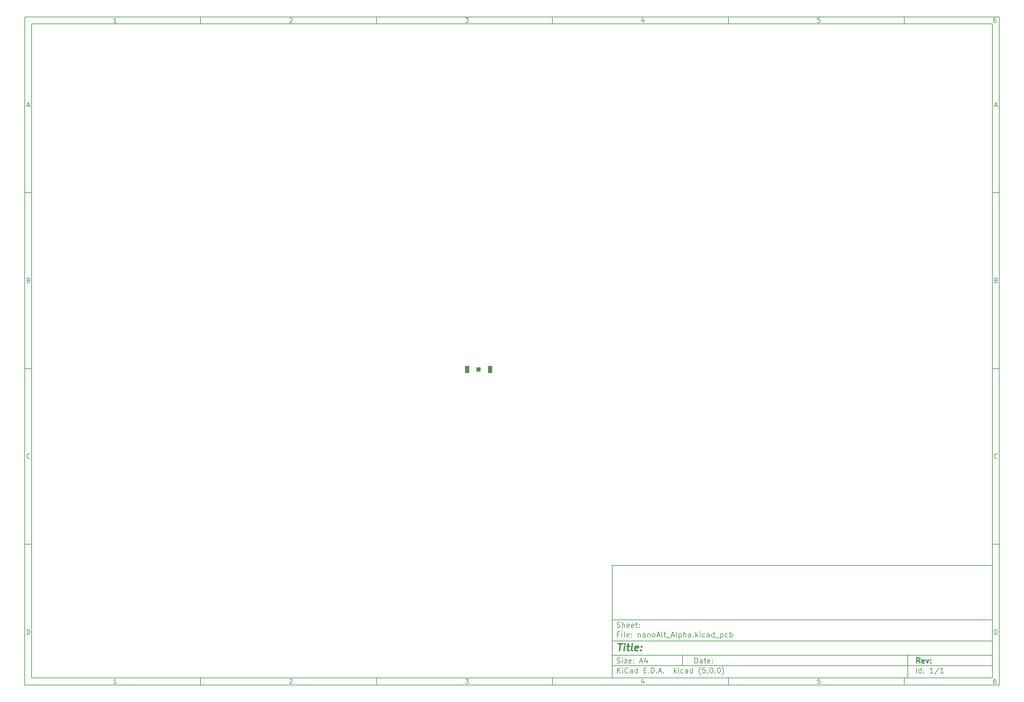
<source format=gbr>
G04 #@! TF.GenerationSoftware,KiCad,Pcbnew,(5.0.0)*
G04 #@! TF.CreationDate,2018-07-29T19:07:46+01:00*
G04 #@! TF.ProjectId,nanoAlt_Alpha,6E616E6F416C745F416C7068612E6B69,rev?*
G04 #@! TF.SameCoordinates,Original*
G04 #@! TF.FileFunction,Paste,Bot*
G04 #@! TF.FilePolarity,Positive*
%FSLAX46Y46*%
G04 Gerber Fmt 4.6, Leading zero omitted, Abs format (unit mm)*
G04 Created by KiCad (PCBNEW (5.0.0)) date 07/29/18 19:07:46*
%MOMM*%
%LPD*%
G01*
G04 APERTURE LIST*
%ADD10C,0.100000*%
%ADD11C,0.150000*%
%ADD12C,0.300000*%
%ADD13C,0.400000*%
%ADD14R,1.200000X2.000000*%
%ADD15R,1.200000X1.200000*%
G04 APERTURE END LIST*
D10*
D11*
X177002200Y-166007200D02*
X177002200Y-198007200D01*
X285002200Y-198007200D01*
X285002200Y-166007200D01*
X177002200Y-166007200D01*
D10*
D11*
X10000000Y-10000000D02*
X10000000Y-200007200D01*
X287002200Y-200007200D01*
X287002200Y-10000000D01*
X10000000Y-10000000D01*
D10*
D11*
X12000000Y-12000000D02*
X12000000Y-198007200D01*
X285002200Y-198007200D01*
X285002200Y-12000000D01*
X12000000Y-12000000D01*
D10*
D11*
X60000000Y-12000000D02*
X60000000Y-10000000D01*
D10*
D11*
X110000000Y-12000000D02*
X110000000Y-10000000D01*
D10*
D11*
X160000000Y-12000000D02*
X160000000Y-10000000D01*
D10*
D11*
X210000000Y-12000000D02*
X210000000Y-10000000D01*
D10*
D11*
X260000000Y-12000000D02*
X260000000Y-10000000D01*
D10*
D11*
X36065476Y-11588095D02*
X35322619Y-11588095D01*
X35694047Y-11588095D02*
X35694047Y-10288095D01*
X35570238Y-10473809D01*
X35446428Y-10597619D01*
X35322619Y-10659523D01*
D10*
D11*
X85322619Y-10411904D02*
X85384523Y-10350000D01*
X85508333Y-10288095D01*
X85817857Y-10288095D01*
X85941666Y-10350000D01*
X86003571Y-10411904D01*
X86065476Y-10535714D01*
X86065476Y-10659523D01*
X86003571Y-10845238D01*
X85260714Y-11588095D01*
X86065476Y-11588095D01*
D10*
D11*
X135260714Y-10288095D02*
X136065476Y-10288095D01*
X135632142Y-10783333D01*
X135817857Y-10783333D01*
X135941666Y-10845238D01*
X136003571Y-10907142D01*
X136065476Y-11030952D01*
X136065476Y-11340476D01*
X136003571Y-11464285D01*
X135941666Y-11526190D01*
X135817857Y-11588095D01*
X135446428Y-11588095D01*
X135322619Y-11526190D01*
X135260714Y-11464285D01*
D10*
D11*
X185941666Y-10721428D02*
X185941666Y-11588095D01*
X185632142Y-10226190D02*
X185322619Y-11154761D01*
X186127380Y-11154761D01*
D10*
D11*
X236003571Y-10288095D02*
X235384523Y-10288095D01*
X235322619Y-10907142D01*
X235384523Y-10845238D01*
X235508333Y-10783333D01*
X235817857Y-10783333D01*
X235941666Y-10845238D01*
X236003571Y-10907142D01*
X236065476Y-11030952D01*
X236065476Y-11340476D01*
X236003571Y-11464285D01*
X235941666Y-11526190D01*
X235817857Y-11588095D01*
X235508333Y-11588095D01*
X235384523Y-11526190D01*
X235322619Y-11464285D01*
D10*
D11*
X285941666Y-10288095D02*
X285694047Y-10288095D01*
X285570238Y-10350000D01*
X285508333Y-10411904D01*
X285384523Y-10597619D01*
X285322619Y-10845238D01*
X285322619Y-11340476D01*
X285384523Y-11464285D01*
X285446428Y-11526190D01*
X285570238Y-11588095D01*
X285817857Y-11588095D01*
X285941666Y-11526190D01*
X286003571Y-11464285D01*
X286065476Y-11340476D01*
X286065476Y-11030952D01*
X286003571Y-10907142D01*
X285941666Y-10845238D01*
X285817857Y-10783333D01*
X285570238Y-10783333D01*
X285446428Y-10845238D01*
X285384523Y-10907142D01*
X285322619Y-11030952D01*
D10*
D11*
X60000000Y-198007200D02*
X60000000Y-200007200D01*
D10*
D11*
X110000000Y-198007200D02*
X110000000Y-200007200D01*
D10*
D11*
X160000000Y-198007200D02*
X160000000Y-200007200D01*
D10*
D11*
X210000000Y-198007200D02*
X210000000Y-200007200D01*
D10*
D11*
X260000000Y-198007200D02*
X260000000Y-200007200D01*
D10*
D11*
X36065476Y-199595295D02*
X35322619Y-199595295D01*
X35694047Y-199595295D02*
X35694047Y-198295295D01*
X35570238Y-198481009D01*
X35446428Y-198604819D01*
X35322619Y-198666723D01*
D10*
D11*
X85322619Y-198419104D02*
X85384523Y-198357200D01*
X85508333Y-198295295D01*
X85817857Y-198295295D01*
X85941666Y-198357200D01*
X86003571Y-198419104D01*
X86065476Y-198542914D01*
X86065476Y-198666723D01*
X86003571Y-198852438D01*
X85260714Y-199595295D01*
X86065476Y-199595295D01*
D10*
D11*
X135260714Y-198295295D02*
X136065476Y-198295295D01*
X135632142Y-198790533D01*
X135817857Y-198790533D01*
X135941666Y-198852438D01*
X136003571Y-198914342D01*
X136065476Y-199038152D01*
X136065476Y-199347676D01*
X136003571Y-199471485D01*
X135941666Y-199533390D01*
X135817857Y-199595295D01*
X135446428Y-199595295D01*
X135322619Y-199533390D01*
X135260714Y-199471485D01*
D10*
D11*
X185941666Y-198728628D02*
X185941666Y-199595295D01*
X185632142Y-198233390D02*
X185322619Y-199161961D01*
X186127380Y-199161961D01*
D10*
D11*
X236003571Y-198295295D02*
X235384523Y-198295295D01*
X235322619Y-198914342D01*
X235384523Y-198852438D01*
X235508333Y-198790533D01*
X235817857Y-198790533D01*
X235941666Y-198852438D01*
X236003571Y-198914342D01*
X236065476Y-199038152D01*
X236065476Y-199347676D01*
X236003571Y-199471485D01*
X235941666Y-199533390D01*
X235817857Y-199595295D01*
X235508333Y-199595295D01*
X235384523Y-199533390D01*
X235322619Y-199471485D01*
D10*
D11*
X285941666Y-198295295D02*
X285694047Y-198295295D01*
X285570238Y-198357200D01*
X285508333Y-198419104D01*
X285384523Y-198604819D01*
X285322619Y-198852438D01*
X285322619Y-199347676D01*
X285384523Y-199471485D01*
X285446428Y-199533390D01*
X285570238Y-199595295D01*
X285817857Y-199595295D01*
X285941666Y-199533390D01*
X286003571Y-199471485D01*
X286065476Y-199347676D01*
X286065476Y-199038152D01*
X286003571Y-198914342D01*
X285941666Y-198852438D01*
X285817857Y-198790533D01*
X285570238Y-198790533D01*
X285446428Y-198852438D01*
X285384523Y-198914342D01*
X285322619Y-199038152D01*
D10*
D11*
X10000000Y-60000000D02*
X12000000Y-60000000D01*
D10*
D11*
X10000000Y-110000000D02*
X12000000Y-110000000D01*
D10*
D11*
X10000000Y-160000000D02*
X12000000Y-160000000D01*
D10*
D11*
X10690476Y-35216666D02*
X11309523Y-35216666D01*
X10566666Y-35588095D02*
X11000000Y-34288095D01*
X11433333Y-35588095D01*
D10*
D11*
X11092857Y-84907142D02*
X11278571Y-84969047D01*
X11340476Y-85030952D01*
X11402380Y-85154761D01*
X11402380Y-85340476D01*
X11340476Y-85464285D01*
X11278571Y-85526190D01*
X11154761Y-85588095D01*
X10659523Y-85588095D01*
X10659523Y-84288095D01*
X11092857Y-84288095D01*
X11216666Y-84350000D01*
X11278571Y-84411904D01*
X11340476Y-84535714D01*
X11340476Y-84659523D01*
X11278571Y-84783333D01*
X11216666Y-84845238D01*
X11092857Y-84907142D01*
X10659523Y-84907142D01*
D10*
D11*
X11402380Y-135464285D02*
X11340476Y-135526190D01*
X11154761Y-135588095D01*
X11030952Y-135588095D01*
X10845238Y-135526190D01*
X10721428Y-135402380D01*
X10659523Y-135278571D01*
X10597619Y-135030952D01*
X10597619Y-134845238D01*
X10659523Y-134597619D01*
X10721428Y-134473809D01*
X10845238Y-134350000D01*
X11030952Y-134288095D01*
X11154761Y-134288095D01*
X11340476Y-134350000D01*
X11402380Y-134411904D01*
D10*
D11*
X10659523Y-185588095D02*
X10659523Y-184288095D01*
X10969047Y-184288095D01*
X11154761Y-184350000D01*
X11278571Y-184473809D01*
X11340476Y-184597619D01*
X11402380Y-184845238D01*
X11402380Y-185030952D01*
X11340476Y-185278571D01*
X11278571Y-185402380D01*
X11154761Y-185526190D01*
X10969047Y-185588095D01*
X10659523Y-185588095D01*
D10*
D11*
X287002200Y-60000000D02*
X285002200Y-60000000D01*
D10*
D11*
X287002200Y-110000000D02*
X285002200Y-110000000D01*
D10*
D11*
X287002200Y-160000000D02*
X285002200Y-160000000D01*
D10*
D11*
X285692676Y-35216666D02*
X286311723Y-35216666D01*
X285568866Y-35588095D02*
X286002200Y-34288095D01*
X286435533Y-35588095D01*
D10*
D11*
X286095057Y-84907142D02*
X286280771Y-84969047D01*
X286342676Y-85030952D01*
X286404580Y-85154761D01*
X286404580Y-85340476D01*
X286342676Y-85464285D01*
X286280771Y-85526190D01*
X286156961Y-85588095D01*
X285661723Y-85588095D01*
X285661723Y-84288095D01*
X286095057Y-84288095D01*
X286218866Y-84350000D01*
X286280771Y-84411904D01*
X286342676Y-84535714D01*
X286342676Y-84659523D01*
X286280771Y-84783333D01*
X286218866Y-84845238D01*
X286095057Y-84907142D01*
X285661723Y-84907142D01*
D10*
D11*
X286404580Y-135464285D02*
X286342676Y-135526190D01*
X286156961Y-135588095D01*
X286033152Y-135588095D01*
X285847438Y-135526190D01*
X285723628Y-135402380D01*
X285661723Y-135278571D01*
X285599819Y-135030952D01*
X285599819Y-134845238D01*
X285661723Y-134597619D01*
X285723628Y-134473809D01*
X285847438Y-134350000D01*
X286033152Y-134288095D01*
X286156961Y-134288095D01*
X286342676Y-134350000D01*
X286404580Y-134411904D01*
D10*
D11*
X285661723Y-185588095D02*
X285661723Y-184288095D01*
X285971247Y-184288095D01*
X286156961Y-184350000D01*
X286280771Y-184473809D01*
X286342676Y-184597619D01*
X286404580Y-184845238D01*
X286404580Y-185030952D01*
X286342676Y-185278571D01*
X286280771Y-185402380D01*
X286156961Y-185526190D01*
X285971247Y-185588095D01*
X285661723Y-185588095D01*
D10*
D11*
X200434342Y-193785771D02*
X200434342Y-192285771D01*
X200791485Y-192285771D01*
X201005771Y-192357200D01*
X201148628Y-192500057D01*
X201220057Y-192642914D01*
X201291485Y-192928628D01*
X201291485Y-193142914D01*
X201220057Y-193428628D01*
X201148628Y-193571485D01*
X201005771Y-193714342D01*
X200791485Y-193785771D01*
X200434342Y-193785771D01*
X202577200Y-193785771D02*
X202577200Y-193000057D01*
X202505771Y-192857200D01*
X202362914Y-192785771D01*
X202077200Y-192785771D01*
X201934342Y-192857200D01*
X202577200Y-193714342D02*
X202434342Y-193785771D01*
X202077200Y-193785771D01*
X201934342Y-193714342D01*
X201862914Y-193571485D01*
X201862914Y-193428628D01*
X201934342Y-193285771D01*
X202077200Y-193214342D01*
X202434342Y-193214342D01*
X202577200Y-193142914D01*
X203077200Y-192785771D02*
X203648628Y-192785771D01*
X203291485Y-192285771D02*
X203291485Y-193571485D01*
X203362914Y-193714342D01*
X203505771Y-193785771D01*
X203648628Y-193785771D01*
X204720057Y-193714342D02*
X204577200Y-193785771D01*
X204291485Y-193785771D01*
X204148628Y-193714342D01*
X204077200Y-193571485D01*
X204077200Y-193000057D01*
X204148628Y-192857200D01*
X204291485Y-192785771D01*
X204577200Y-192785771D01*
X204720057Y-192857200D01*
X204791485Y-193000057D01*
X204791485Y-193142914D01*
X204077200Y-193285771D01*
X205434342Y-193642914D02*
X205505771Y-193714342D01*
X205434342Y-193785771D01*
X205362914Y-193714342D01*
X205434342Y-193642914D01*
X205434342Y-193785771D01*
X205434342Y-192857200D02*
X205505771Y-192928628D01*
X205434342Y-193000057D01*
X205362914Y-192928628D01*
X205434342Y-192857200D01*
X205434342Y-193000057D01*
D10*
D11*
X177002200Y-194507200D02*
X285002200Y-194507200D01*
D10*
D11*
X178434342Y-196585771D02*
X178434342Y-195085771D01*
X179291485Y-196585771D02*
X178648628Y-195728628D01*
X179291485Y-195085771D02*
X178434342Y-195942914D01*
X179934342Y-196585771D02*
X179934342Y-195585771D01*
X179934342Y-195085771D02*
X179862914Y-195157200D01*
X179934342Y-195228628D01*
X180005771Y-195157200D01*
X179934342Y-195085771D01*
X179934342Y-195228628D01*
X181505771Y-196442914D02*
X181434342Y-196514342D01*
X181220057Y-196585771D01*
X181077200Y-196585771D01*
X180862914Y-196514342D01*
X180720057Y-196371485D01*
X180648628Y-196228628D01*
X180577200Y-195942914D01*
X180577200Y-195728628D01*
X180648628Y-195442914D01*
X180720057Y-195300057D01*
X180862914Y-195157200D01*
X181077200Y-195085771D01*
X181220057Y-195085771D01*
X181434342Y-195157200D01*
X181505771Y-195228628D01*
X182791485Y-196585771D02*
X182791485Y-195800057D01*
X182720057Y-195657200D01*
X182577200Y-195585771D01*
X182291485Y-195585771D01*
X182148628Y-195657200D01*
X182791485Y-196514342D02*
X182648628Y-196585771D01*
X182291485Y-196585771D01*
X182148628Y-196514342D01*
X182077200Y-196371485D01*
X182077200Y-196228628D01*
X182148628Y-196085771D01*
X182291485Y-196014342D01*
X182648628Y-196014342D01*
X182791485Y-195942914D01*
X184148628Y-196585771D02*
X184148628Y-195085771D01*
X184148628Y-196514342D02*
X184005771Y-196585771D01*
X183720057Y-196585771D01*
X183577200Y-196514342D01*
X183505771Y-196442914D01*
X183434342Y-196300057D01*
X183434342Y-195871485D01*
X183505771Y-195728628D01*
X183577200Y-195657200D01*
X183720057Y-195585771D01*
X184005771Y-195585771D01*
X184148628Y-195657200D01*
X186005771Y-195800057D02*
X186505771Y-195800057D01*
X186720057Y-196585771D02*
X186005771Y-196585771D01*
X186005771Y-195085771D01*
X186720057Y-195085771D01*
X187362914Y-196442914D02*
X187434342Y-196514342D01*
X187362914Y-196585771D01*
X187291485Y-196514342D01*
X187362914Y-196442914D01*
X187362914Y-196585771D01*
X188077200Y-196585771D02*
X188077200Y-195085771D01*
X188434342Y-195085771D01*
X188648628Y-195157200D01*
X188791485Y-195300057D01*
X188862914Y-195442914D01*
X188934342Y-195728628D01*
X188934342Y-195942914D01*
X188862914Y-196228628D01*
X188791485Y-196371485D01*
X188648628Y-196514342D01*
X188434342Y-196585771D01*
X188077200Y-196585771D01*
X189577200Y-196442914D02*
X189648628Y-196514342D01*
X189577200Y-196585771D01*
X189505771Y-196514342D01*
X189577200Y-196442914D01*
X189577200Y-196585771D01*
X190220057Y-196157200D02*
X190934342Y-196157200D01*
X190077200Y-196585771D02*
X190577200Y-195085771D01*
X191077200Y-196585771D01*
X191577200Y-196442914D02*
X191648628Y-196514342D01*
X191577200Y-196585771D01*
X191505771Y-196514342D01*
X191577200Y-196442914D01*
X191577200Y-196585771D01*
X194577200Y-196585771D02*
X194577200Y-195085771D01*
X194720057Y-196014342D02*
X195148628Y-196585771D01*
X195148628Y-195585771D02*
X194577200Y-196157200D01*
X195791485Y-196585771D02*
X195791485Y-195585771D01*
X195791485Y-195085771D02*
X195720057Y-195157200D01*
X195791485Y-195228628D01*
X195862914Y-195157200D01*
X195791485Y-195085771D01*
X195791485Y-195228628D01*
X197148628Y-196514342D02*
X197005771Y-196585771D01*
X196720057Y-196585771D01*
X196577200Y-196514342D01*
X196505771Y-196442914D01*
X196434342Y-196300057D01*
X196434342Y-195871485D01*
X196505771Y-195728628D01*
X196577200Y-195657200D01*
X196720057Y-195585771D01*
X197005771Y-195585771D01*
X197148628Y-195657200D01*
X198434342Y-196585771D02*
X198434342Y-195800057D01*
X198362914Y-195657200D01*
X198220057Y-195585771D01*
X197934342Y-195585771D01*
X197791485Y-195657200D01*
X198434342Y-196514342D02*
X198291485Y-196585771D01*
X197934342Y-196585771D01*
X197791485Y-196514342D01*
X197720057Y-196371485D01*
X197720057Y-196228628D01*
X197791485Y-196085771D01*
X197934342Y-196014342D01*
X198291485Y-196014342D01*
X198434342Y-195942914D01*
X199791485Y-196585771D02*
X199791485Y-195085771D01*
X199791485Y-196514342D02*
X199648628Y-196585771D01*
X199362914Y-196585771D01*
X199220057Y-196514342D01*
X199148628Y-196442914D01*
X199077200Y-196300057D01*
X199077200Y-195871485D01*
X199148628Y-195728628D01*
X199220057Y-195657200D01*
X199362914Y-195585771D01*
X199648628Y-195585771D01*
X199791485Y-195657200D01*
X202077200Y-197157200D02*
X202005771Y-197085771D01*
X201862914Y-196871485D01*
X201791485Y-196728628D01*
X201720057Y-196514342D01*
X201648628Y-196157200D01*
X201648628Y-195871485D01*
X201720057Y-195514342D01*
X201791485Y-195300057D01*
X201862914Y-195157200D01*
X202005771Y-194942914D01*
X202077200Y-194871485D01*
X203362914Y-195085771D02*
X202648628Y-195085771D01*
X202577200Y-195800057D01*
X202648628Y-195728628D01*
X202791485Y-195657200D01*
X203148628Y-195657200D01*
X203291485Y-195728628D01*
X203362914Y-195800057D01*
X203434342Y-195942914D01*
X203434342Y-196300057D01*
X203362914Y-196442914D01*
X203291485Y-196514342D01*
X203148628Y-196585771D01*
X202791485Y-196585771D01*
X202648628Y-196514342D01*
X202577200Y-196442914D01*
X204077200Y-196442914D02*
X204148628Y-196514342D01*
X204077200Y-196585771D01*
X204005771Y-196514342D01*
X204077200Y-196442914D01*
X204077200Y-196585771D01*
X205077200Y-195085771D02*
X205220057Y-195085771D01*
X205362914Y-195157200D01*
X205434342Y-195228628D01*
X205505771Y-195371485D01*
X205577200Y-195657200D01*
X205577200Y-196014342D01*
X205505771Y-196300057D01*
X205434342Y-196442914D01*
X205362914Y-196514342D01*
X205220057Y-196585771D01*
X205077200Y-196585771D01*
X204934342Y-196514342D01*
X204862914Y-196442914D01*
X204791485Y-196300057D01*
X204720057Y-196014342D01*
X204720057Y-195657200D01*
X204791485Y-195371485D01*
X204862914Y-195228628D01*
X204934342Y-195157200D01*
X205077200Y-195085771D01*
X206220057Y-196442914D02*
X206291485Y-196514342D01*
X206220057Y-196585771D01*
X206148628Y-196514342D01*
X206220057Y-196442914D01*
X206220057Y-196585771D01*
X207220057Y-195085771D02*
X207362914Y-195085771D01*
X207505771Y-195157200D01*
X207577200Y-195228628D01*
X207648628Y-195371485D01*
X207720057Y-195657200D01*
X207720057Y-196014342D01*
X207648628Y-196300057D01*
X207577200Y-196442914D01*
X207505771Y-196514342D01*
X207362914Y-196585771D01*
X207220057Y-196585771D01*
X207077200Y-196514342D01*
X207005771Y-196442914D01*
X206934342Y-196300057D01*
X206862914Y-196014342D01*
X206862914Y-195657200D01*
X206934342Y-195371485D01*
X207005771Y-195228628D01*
X207077200Y-195157200D01*
X207220057Y-195085771D01*
X208220057Y-197157200D02*
X208291485Y-197085771D01*
X208434342Y-196871485D01*
X208505771Y-196728628D01*
X208577200Y-196514342D01*
X208648628Y-196157200D01*
X208648628Y-195871485D01*
X208577200Y-195514342D01*
X208505771Y-195300057D01*
X208434342Y-195157200D01*
X208291485Y-194942914D01*
X208220057Y-194871485D01*
D10*
D11*
X177002200Y-191507200D02*
X285002200Y-191507200D01*
D10*
D12*
X264411485Y-193785771D02*
X263911485Y-193071485D01*
X263554342Y-193785771D02*
X263554342Y-192285771D01*
X264125771Y-192285771D01*
X264268628Y-192357200D01*
X264340057Y-192428628D01*
X264411485Y-192571485D01*
X264411485Y-192785771D01*
X264340057Y-192928628D01*
X264268628Y-193000057D01*
X264125771Y-193071485D01*
X263554342Y-193071485D01*
X265625771Y-193714342D02*
X265482914Y-193785771D01*
X265197200Y-193785771D01*
X265054342Y-193714342D01*
X264982914Y-193571485D01*
X264982914Y-193000057D01*
X265054342Y-192857200D01*
X265197200Y-192785771D01*
X265482914Y-192785771D01*
X265625771Y-192857200D01*
X265697200Y-193000057D01*
X265697200Y-193142914D01*
X264982914Y-193285771D01*
X266197200Y-192785771D02*
X266554342Y-193785771D01*
X266911485Y-192785771D01*
X267482914Y-193642914D02*
X267554342Y-193714342D01*
X267482914Y-193785771D01*
X267411485Y-193714342D01*
X267482914Y-193642914D01*
X267482914Y-193785771D01*
X267482914Y-192857200D02*
X267554342Y-192928628D01*
X267482914Y-193000057D01*
X267411485Y-192928628D01*
X267482914Y-192857200D01*
X267482914Y-193000057D01*
D10*
D11*
X178362914Y-193714342D02*
X178577200Y-193785771D01*
X178934342Y-193785771D01*
X179077200Y-193714342D01*
X179148628Y-193642914D01*
X179220057Y-193500057D01*
X179220057Y-193357200D01*
X179148628Y-193214342D01*
X179077200Y-193142914D01*
X178934342Y-193071485D01*
X178648628Y-193000057D01*
X178505771Y-192928628D01*
X178434342Y-192857200D01*
X178362914Y-192714342D01*
X178362914Y-192571485D01*
X178434342Y-192428628D01*
X178505771Y-192357200D01*
X178648628Y-192285771D01*
X179005771Y-192285771D01*
X179220057Y-192357200D01*
X179862914Y-193785771D02*
X179862914Y-192785771D01*
X179862914Y-192285771D02*
X179791485Y-192357200D01*
X179862914Y-192428628D01*
X179934342Y-192357200D01*
X179862914Y-192285771D01*
X179862914Y-192428628D01*
X180434342Y-192785771D02*
X181220057Y-192785771D01*
X180434342Y-193785771D01*
X181220057Y-193785771D01*
X182362914Y-193714342D02*
X182220057Y-193785771D01*
X181934342Y-193785771D01*
X181791485Y-193714342D01*
X181720057Y-193571485D01*
X181720057Y-193000057D01*
X181791485Y-192857200D01*
X181934342Y-192785771D01*
X182220057Y-192785771D01*
X182362914Y-192857200D01*
X182434342Y-193000057D01*
X182434342Y-193142914D01*
X181720057Y-193285771D01*
X183077200Y-193642914D02*
X183148628Y-193714342D01*
X183077200Y-193785771D01*
X183005771Y-193714342D01*
X183077200Y-193642914D01*
X183077200Y-193785771D01*
X183077200Y-192857200D02*
X183148628Y-192928628D01*
X183077200Y-193000057D01*
X183005771Y-192928628D01*
X183077200Y-192857200D01*
X183077200Y-193000057D01*
X184862914Y-193357200D02*
X185577200Y-193357200D01*
X184720057Y-193785771D02*
X185220057Y-192285771D01*
X185720057Y-193785771D01*
X186862914Y-192785771D02*
X186862914Y-193785771D01*
X186505771Y-192214342D02*
X186148628Y-193285771D01*
X187077200Y-193285771D01*
D10*
D11*
X263434342Y-196585771D02*
X263434342Y-195085771D01*
X264791485Y-196585771D02*
X264791485Y-195085771D01*
X264791485Y-196514342D02*
X264648628Y-196585771D01*
X264362914Y-196585771D01*
X264220057Y-196514342D01*
X264148628Y-196442914D01*
X264077200Y-196300057D01*
X264077200Y-195871485D01*
X264148628Y-195728628D01*
X264220057Y-195657200D01*
X264362914Y-195585771D01*
X264648628Y-195585771D01*
X264791485Y-195657200D01*
X265505771Y-196442914D02*
X265577200Y-196514342D01*
X265505771Y-196585771D01*
X265434342Y-196514342D01*
X265505771Y-196442914D01*
X265505771Y-196585771D01*
X265505771Y-195657200D02*
X265577200Y-195728628D01*
X265505771Y-195800057D01*
X265434342Y-195728628D01*
X265505771Y-195657200D01*
X265505771Y-195800057D01*
X268148628Y-196585771D02*
X267291485Y-196585771D01*
X267720057Y-196585771D02*
X267720057Y-195085771D01*
X267577200Y-195300057D01*
X267434342Y-195442914D01*
X267291485Y-195514342D01*
X269862914Y-195014342D02*
X268577200Y-196942914D01*
X271148628Y-196585771D02*
X270291485Y-196585771D01*
X270720057Y-196585771D02*
X270720057Y-195085771D01*
X270577200Y-195300057D01*
X270434342Y-195442914D01*
X270291485Y-195514342D01*
D10*
D11*
X177002200Y-187507200D02*
X285002200Y-187507200D01*
D10*
D13*
X178714580Y-188211961D02*
X179857438Y-188211961D01*
X179036009Y-190211961D02*
X179286009Y-188211961D01*
X180274104Y-190211961D02*
X180440771Y-188878628D01*
X180524104Y-188211961D02*
X180416961Y-188307200D01*
X180500295Y-188402438D01*
X180607438Y-188307200D01*
X180524104Y-188211961D01*
X180500295Y-188402438D01*
X181107438Y-188878628D02*
X181869342Y-188878628D01*
X181476485Y-188211961D02*
X181262200Y-189926247D01*
X181333628Y-190116723D01*
X181512200Y-190211961D01*
X181702676Y-190211961D01*
X182655057Y-190211961D02*
X182476485Y-190116723D01*
X182405057Y-189926247D01*
X182619342Y-188211961D01*
X184190771Y-190116723D02*
X183988390Y-190211961D01*
X183607438Y-190211961D01*
X183428866Y-190116723D01*
X183357438Y-189926247D01*
X183452676Y-189164342D01*
X183571723Y-188973866D01*
X183774104Y-188878628D01*
X184155057Y-188878628D01*
X184333628Y-188973866D01*
X184405057Y-189164342D01*
X184381247Y-189354819D01*
X183405057Y-189545295D01*
X185155057Y-190021485D02*
X185238390Y-190116723D01*
X185131247Y-190211961D01*
X185047914Y-190116723D01*
X185155057Y-190021485D01*
X185131247Y-190211961D01*
X185286009Y-188973866D02*
X185369342Y-189069104D01*
X185262200Y-189164342D01*
X185178866Y-189069104D01*
X185286009Y-188973866D01*
X185262200Y-189164342D01*
D10*
D11*
X178934342Y-185600057D02*
X178434342Y-185600057D01*
X178434342Y-186385771D02*
X178434342Y-184885771D01*
X179148628Y-184885771D01*
X179720057Y-186385771D02*
X179720057Y-185385771D01*
X179720057Y-184885771D02*
X179648628Y-184957200D01*
X179720057Y-185028628D01*
X179791485Y-184957200D01*
X179720057Y-184885771D01*
X179720057Y-185028628D01*
X180648628Y-186385771D02*
X180505771Y-186314342D01*
X180434342Y-186171485D01*
X180434342Y-184885771D01*
X181791485Y-186314342D02*
X181648628Y-186385771D01*
X181362914Y-186385771D01*
X181220057Y-186314342D01*
X181148628Y-186171485D01*
X181148628Y-185600057D01*
X181220057Y-185457200D01*
X181362914Y-185385771D01*
X181648628Y-185385771D01*
X181791485Y-185457200D01*
X181862914Y-185600057D01*
X181862914Y-185742914D01*
X181148628Y-185885771D01*
X182505771Y-186242914D02*
X182577200Y-186314342D01*
X182505771Y-186385771D01*
X182434342Y-186314342D01*
X182505771Y-186242914D01*
X182505771Y-186385771D01*
X182505771Y-185457200D02*
X182577200Y-185528628D01*
X182505771Y-185600057D01*
X182434342Y-185528628D01*
X182505771Y-185457200D01*
X182505771Y-185600057D01*
X184362914Y-185385771D02*
X184362914Y-186385771D01*
X184362914Y-185528628D02*
X184434342Y-185457200D01*
X184577200Y-185385771D01*
X184791485Y-185385771D01*
X184934342Y-185457200D01*
X185005771Y-185600057D01*
X185005771Y-186385771D01*
X186362914Y-186385771D02*
X186362914Y-185600057D01*
X186291485Y-185457200D01*
X186148628Y-185385771D01*
X185862914Y-185385771D01*
X185720057Y-185457200D01*
X186362914Y-186314342D02*
X186220057Y-186385771D01*
X185862914Y-186385771D01*
X185720057Y-186314342D01*
X185648628Y-186171485D01*
X185648628Y-186028628D01*
X185720057Y-185885771D01*
X185862914Y-185814342D01*
X186220057Y-185814342D01*
X186362914Y-185742914D01*
X187077200Y-185385771D02*
X187077200Y-186385771D01*
X187077200Y-185528628D02*
X187148628Y-185457200D01*
X187291485Y-185385771D01*
X187505771Y-185385771D01*
X187648628Y-185457200D01*
X187720057Y-185600057D01*
X187720057Y-186385771D01*
X188648628Y-186385771D02*
X188505771Y-186314342D01*
X188434342Y-186242914D01*
X188362914Y-186100057D01*
X188362914Y-185671485D01*
X188434342Y-185528628D01*
X188505771Y-185457200D01*
X188648628Y-185385771D01*
X188862914Y-185385771D01*
X189005771Y-185457200D01*
X189077200Y-185528628D01*
X189148628Y-185671485D01*
X189148628Y-186100057D01*
X189077200Y-186242914D01*
X189005771Y-186314342D01*
X188862914Y-186385771D01*
X188648628Y-186385771D01*
X189720057Y-185957200D02*
X190434342Y-185957200D01*
X189577200Y-186385771D02*
X190077200Y-184885771D01*
X190577200Y-186385771D01*
X191291485Y-186385771D02*
X191148628Y-186314342D01*
X191077200Y-186171485D01*
X191077200Y-184885771D01*
X191648628Y-185385771D02*
X192220057Y-185385771D01*
X191862914Y-184885771D02*
X191862914Y-186171485D01*
X191934342Y-186314342D01*
X192077200Y-186385771D01*
X192220057Y-186385771D01*
X192362914Y-186528628D02*
X193505771Y-186528628D01*
X193791485Y-185957200D02*
X194505771Y-185957200D01*
X193648628Y-186385771D02*
X194148628Y-184885771D01*
X194648628Y-186385771D01*
X195362914Y-186385771D02*
X195220057Y-186314342D01*
X195148628Y-186171485D01*
X195148628Y-184885771D01*
X195934342Y-185385771D02*
X195934342Y-186885771D01*
X195934342Y-185457200D02*
X196077200Y-185385771D01*
X196362914Y-185385771D01*
X196505771Y-185457200D01*
X196577200Y-185528628D01*
X196648628Y-185671485D01*
X196648628Y-186100057D01*
X196577200Y-186242914D01*
X196505771Y-186314342D01*
X196362914Y-186385771D01*
X196077200Y-186385771D01*
X195934342Y-186314342D01*
X197291485Y-186385771D02*
X197291485Y-184885771D01*
X197934342Y-186385771D02*
X197934342Y-185600057D01*
X197862914Y-185457200D01*
X197720057Y-185385771D01*
X197505771Y-185385771D01*
X197362914Y-185457200D01*
X197291485Y-185528628D01*
X199291485Y-186385771D02*
X199291485Y-185600057D01*
X199220057Y-185457200D01*
X199077200Y-185385771D01*
X198791485Y-185385771D01*
X198648628Y-185457200D01*
X199291485Y-186314342D02*
X199148628Y-186385771D01*
X198791485Y-186385771D01*
X198648628Y-186314342D01*
X198577200Y-186171485D01*
X198577200Y-186028628D01*
X198648628Y-185885771D01*
X198791485Y-185814342D01*
X199148628Y-185814342D01*
X199291485Y-185742914D01*
X200005771Y-186242914D02*
X200077200Y-186314342D01*
X200005771Y-186385771D01*
X199934342Y-186314342D01*
X200005771Y-186242914D01*
X200005771Y-186385771D01*
X200720057Y-186385771D02*
X200720057Y-184885771D01*
X200862914Y-185814342D02*
X201291485Y-186385771D01*
X201291485Y-185385771D02*
X200720057Y-185957200D01*
X201934342Y-186385771D02*
X201934342Y-185385771D01*
X201934342Y-184885771D02*
X201862914Y-184957200D01*
X201934342Y-185028628D01*
X202005771Y-184957200D01*
X201934342Y-184885771D01*
X201934342Y-185028628D01*
X203291485Y-186314342D02*
X203148628Y-186385771D01*
X202862914Y-186385771D01*
X202720057Y-186314342D01*
X202648628Y-186242914D01*
X202577200Y-186100057D01*
X202577200Y-185671485D01*
X202648628Y-185528628D01*
X202720057Y-185457200D01*
X202862914Y-185385771D01*
X203148628Y-185385771D01*
X203291485Y-185457200D01*
X204577200Y-186385771D02*
X204577200Y-185600057D01*
X204505771Y-185457200D01*
X204362914Y-185385771D01*
X204077200Y-185385771D01*
X203934342Y-185457200D01*
X204577200Y-186314342D02*
X204434342Y-186385771D01*
X204077200Y-186385771D01*
X203934342Y-186314342D01*
X203862914Y-186171485D01*
X203862914Y-186028628D01*
X203934342Y-185885771D01*
X204077200Y-185814342D01*
X204434342Y-185814342D01*
X204577200Y-185742914D01*
X205934342Y-186385771D02*
X205934342Y-184885771D01*
X205934342Y-186314342D02*
X205791485Y-186385771D01*
X205505771Y-186385771D01*
X205362914Y-186314342D01*
X205291485Y-186242914D01*
X205220057Y-186100057D01*
X205220057Y-185671485D01*
X205291485Y-185528628D01*
X205362914Y-185457200D01*
X205505771Y-185385771D01*
X205791485Y-185385771D01*
X205934342Y-185457200D01*
X206291485Y-186528628D02*
X207434342Y-186528628D01*
X207791485Y-185385771D02*
X207791485Y-186885771D01*
X207791485Y-185457200D02*
X207934342Y-185385771D01*
X208220057Y-185385771D01*
X208362914Y-185457200D01*
X208434342Y-185528628D01*
X208505771Y-185671485D01*
X208505771Y-186100057D01*
X208434342Y-186242914D01*
X208362914Y-186314342D01*
X208220057Y-186385771D01*
X207934342Y-186385771D01*
X207791485Y-186314342D01*
X209791485Y-186314342D02*
X209648628Y-186385771D01*
X209362914Y-186385771D01*
X209220057Y-186314342D01*
X209148628Y-186242914D01*
X209077200Y-186100057D01*
X209077200Y-185671485D01*
X209148628Y-185528628D01*
X209220057Y-185457200D01*
X209362914Y-185385771D01*
X209648628Y-185385771D01*
X209791485Y-185457200D01*
X210434342Y-186385771D02*
X210434342Y-184885771D01*
X210434342Y-185457200D02*
X210577200Y-185385771D01*
X210862914Y-185385771D01*
X211005771Y-185457200D01*
X211077200Y-185528628D01*
X211148628Y-185671485D01*
X211148628Y-186100057D01*
X211077200Y-186242914D01*
X211005771Y-186314342D01*
X210862914Y-186385771D01*
X210577200Y-186385771D01*
X210434342Y-186314342D01*
D10*
D11*
X177002200Y-181507200D02*
X285002200Y-181507200D01*
D10*
D11*
X178362914Y-183614342D02*
X178577200Y-183685771D01*
X178934342Y-183685771D01*
X179077200Y-183614342D01*
X179148628Y-183542914D01*
X179220057Y-183400057D01*
X179220057Y-183257200D01*
X179148628Y-183114342D01*
X179077200Y-183042914D01*
X178934342Y-182971485D01*
X178648628Y-182900057D01*
X178505771Y-182828628D01*
X178434342Y-182757200D01*
X178362914Y-182614342D01*
X178362914Y-182471485D01*
X178434342Y-182328628D01*
X178505771Y-182257200D01*
X178648628Y-182185771D01*
X179005771Y-182185771D01*
X179220057Y-182257200D01*
X179862914Y-183685771D02*
X179862914Y-182185771D01*
X180505771Y-183685771D02*
X180505771Y-182900057D01*
X180434342Y-182757200D01*
X180291485Y-182685771D01*
X180077200Y-182685771D01*
X179934342Y-182757200D01*
X179862914Y-182828628D01*
X181791485Y-183614342D02*
X181648628Y-183685771D01*
X181362914Y-183685771D01*
X181220057Y-183614342D01*
X181148628Y-183471485D01*
X181148628Y-182900057D01*
X181220057Y-182757200D01*
X181362914Y-182685771D01*
X181648628Y-182685771D01*
X181791485Y-182757200D01*
X181862914Y-182900057D01*
X181862914Y-183042914D01*
X181148628Y-183185771D01*
X183077200Y-183614342D02*
X182934342Y-183685771D01*
X182648628Y-183685771D01*
X182505771Y-183614342D01*
X182434342Y-183471485D01*
X182434342Y-182900057D01*
X182505771Y-182757200D01*
X182648628Y-182685771D01*
X182934342Y-182685771D01*
X183077200Y-182757200D01*
X183148628Y-182900057D01*
X183148628Y-183042914D01*
X182434342Y-183185771D01*
X183577200Y-182685771D02*
X184148628Y-182685771D01*
X183791485Y-182185771D02*
X183791485Y-183471485D01*
X183862914Y-183614342D01*
X184005771Y-183685771D01*
X184148628Y-183685771D01*
X184648628Y-183542914D02*
X184720057Y-183614342D01*
X184648628Y-183685771D01*
X184577200Y-183614342D01*
X184648628Y-183542914D01*
X184648628Y-183685771D01*
X184648628Y-182757200D02*
X184720057Y-182828628D01*
X184648628Y-182900057D01*
X184577200Y-182828628D01*
X184648628Y-182757200D01*
X184648628Y-182900057D01*
D10*
D11*
X197002200Y-191507200D02*
X197002200Y-194507200D01*
D10*
D11*
X261002200Y-191507200D02*
X261002200Y-198007200D01*
D14*
G04 #@! TO.C,BATT_3V*
X142250000Y-110250000D03*
X135750000Y-110250000D03*
D15*
X139000000Y-110250000D03*
G04 #@! TD*
M02*

</source>
